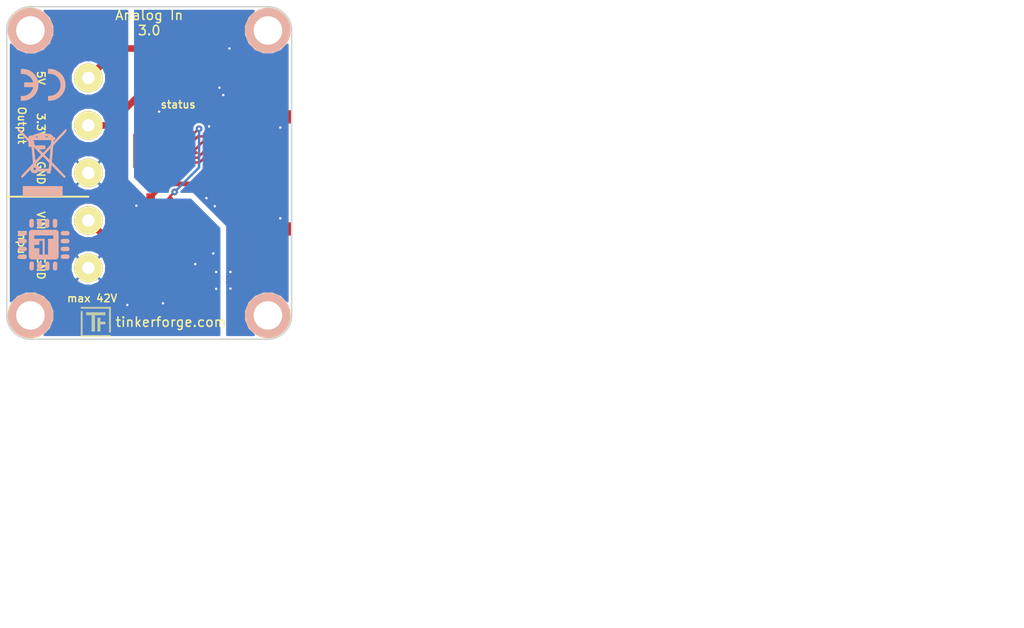
<source format=kicad_pcb>
(kicad_pcb (version 4) (host pcbnew 4.0.2+dfsg1-stable)
  (title_block (title "Analog In Bricklet") (date 2017-09-15) (rev 3.0) (company "Tinkerforge GmbH") (comment 1 "Licensed under CERN OHL v.1.1") (comment 2 "Copyright (©) 2017, L.Lauer <lukas@tinkerforge.com>"))
  (layers (0 F.Cu signal) (31 B.Cu signal) (34 B.Paste user) (35 F.Paste user) (36 B.SilkS user) (37 F.SilkS user) (38 B.Mask user) (39 F.Mask user) (44 Edge.Cuts user))
  (net 0 "")
  (net 1 3V3)
  (net 2 GND)
  (net 3 AGND)
  (net 4 +5V)
  (net 5 "Net-(P1-Pad4)")
  (net 6 "Net-(P1-Pad5)")
  (net 7 "Net-(P1-Pad6)")
  (net 8 "Net-(C4-Pad2)")
  (net 9 "Net-(R1-Pad2)")
  (net 10 "Net-(R3-Pad2)")
  (net 11 "Net-(R4-Pad1)")
  (net 12 "Net-(F1-Pad2)")
  (net 13 "Net-(F2-Pad2)")
  (net 14 "Net-(P2-Pad2)")
  (net 15 "Net-(C3-Pad2)")
  (net 16 "Net-(C5-Pad1)")
  (net 17 "Net-(D3-Pad2)")
  (net 18 "Net-(P3-Pad2)")
  (net 19 "Net-(P4-Pad1)")
  (net 20 "Net-(R8-Pad1)")
  (net 21 S-MISO)
  (net 22 S-MOSI)
  (net 23 S-CLK)
  (net 24 S-CS)
  (net 25 OUT)
  (net 26 "Net-(U1-Pad3)")
  (net 27 "Net-(U1-Pad5)")
  (net 28 "Net-(U1-Pad6)")
  (net 29 "Net-(U1-Pad11)")
  (net 30 "Net-(U1-Pad12)")
  (net 31 "Net-(U1-Pad13)")
  (net 32 "Net-(U1-Pad14)")
  (net 33 "Net-(U1-Pad16)")
  (net 34 "Net-(U1-Pad17)")
  (net 35 "Net-(U1-Pad18)")
  (net 36 "Net-(U1-Pad19)")
  (net 37 "Net-(U1-Pad20)")
  (net 38 "Net-(U1-Pad21)")
  (net 39 "Net-(U1-Pad8)")
  (module kicad-libraries:DRILL_NP (layer F.Cu) (at 178 127.1)
    (fp_text reference U4 hide)
    (fp_text value DRILL hide)
    (pad "" np_thru_hole circle (at 0 0) (size 2.99974 2.99974) (drill 2.99974) (layers *.Cu *.Mask F.SilkS) (clearance 0.89916))
  )
  (module logo:Logo_31x31 (layer F.Cu) (at 183.3 126.2)
    (fp_text reference G*** hide)
    (fp_text value Logo_31x31 hide)
  )
  (module tinkerforge:Fiducial_Mark (layer F.Cu) (at 202.5 122.1)
    (fp_text reference Fiducial_Mark hide)
    (fp_text value VAL** hide)
    (pad 1 smd circle (at 0 0) (size 1.00076 1.00076) (layers F.Cu F.Mask) (clearance 0.65024))
  )
  (module tinkerforge:Fiducial_Mark (layer F.Cu) (at 182.5 96.1)
    (fp_text reference Fiducial_Mark hide)
    (fp_text value VAL** hide)
    (pad 1 smd circle (at 0 0) (size 1.00076 1.00076) (layers F.Cu F.Mask) (clearance 0.65024))
  )
  (module kicad-libraries:F1206 (layer F.Cu) (at 191.1 99 180)
    (fp_text reference F2)
    (fp_text value OZCJ0035FF2G)
    (pad 1 smd rect (at -1.50114 0 180) (size 1.00076 1.6002) (layers F.Cu F.Paste F.Mask) (net 4 +5V))
    (pad 2 smd rect (at 1.50114 0 180) (size 1.00076 1.6002) (layers F.Cu F.Paste F.Mask) (net 13 "Net-(F2-Pad2)"))
  )
  (module kicad-libraries:F1206 (layer F.Cu) (at 191.1 101.9 180)
    (fp_text reference F1)
    (fp_text value OZCJ0035FF2G)
    (pad 1 smd rect (at -1.50114 0 180) (size 1.00076 1.6002) (layers F.Cu F.Paste F.Mask) (net 1 3V3))
    (pad 2 smd rect (at 1.50114 0 180) (size 1.00076 1.6002) (layers F.Cu F.Paste F.Mask) (net 12 "Net-(F1-Pad2)"))
  )
  (module kicad-libraries:DRILL_NP (layer F.Cu) (at 203 97.1)
    (fp_text reference U6 hide)
    (fp_text value DRILL hide)
    (pad "" np_thru_hole circle (at 0 0) (size 2.99974 2.99974) (drill 2.99974) (layers *.Cu *.Mask F.SilkS) (clearance 0.89916))
  )
  (module kicad-libraries:DRILL_NP (layer F.Cu) (at 203 127.1)
    (fp_text reference U5 hide)
    (fp_text value DRILL hide)
    (pad "" np_thru_hole circle (at 0 0) (size 2.99974 2.99974) (drill 2.99974) (layers *.Cu *.Mask F.SilkS) (clearance 0.89916))
  )
  (module kicad-libraries:DRILL_NP (layer F.Cu) (at 178 97.1)
    (fp_text reference U3 hide)
    (fp_text value DRILL hide)
    (pad "" np_thru_hole circle (at 0 0) (size 2.99974 2.99974) (drill 2.99974) (layers *.Cu *.Mask F.SilkS) (clearance 0.89916))
  )
  (module kicad-libraries:SOIC8 (layer F.Cu) (at 192.7 119)
    (fp_text reference U2)
    (fp_text value TLV272IS)
    (pad 1 smd rect (at -1.90246 2.69748 180) (size 0.59944 1.5494) (layers F.Cu F.Paste F.Mask) (net 9 "Net-(R1-Pad2)"))
    (pad 2 smd rect (at -0.63246 2.69748 180) (size 0.59944 1.5494) (layers F.Cu F.Paste F.Mask) (net 10 "Net-(R3-Pad2)"))
    (pad 3 smd rect (at 0.63246 2.69748 180) (size 0.59944 1.5494) (layers F.Cu F.Paste F.Mask) (net 11 "Net-(R4-Pad1)"))
    (pad 4 smd rect (at 1.90246 2.69748 180) (size 0.59944 1.5494) (layers F.Cu F.Paste F.Mask) (net 3 AGND))
    (pad 5 smd rect (at 1.90246 -2.69748) (size 0.59944 1.5494) (layers F.Cu F.Paste F.Mask) (net 15 "Net-(C3-Pad2)"))
    (pad 6 smd rect (at 0.63246 -2.69748) (size 0.59944 1.5494) (layers F.Cu F.Paste F.Mask) (net 25 OUT))
    (pad 7 smd rect (at -0.63246 -2.69748) (size 0.59944 1.5494) (layers F.Cu F.Paste F.Mask) (net 25 OUT))
    (pad 8 smd rect (at -1.90246 -2.69748) (size 0.59944 1.5494) (layers F.Cu F.Paste F.Mask) (net 1 3V3))
  )
  (module kicad-libraries:AKL_5_5 (layer F.Cu) (at 184.1 112.1 90)
    (fp_text reference P2)
    (fp_text value CONN_5)
    (pad 2 thru_hole circle (at -5 0 90) (size 2.99974 2.99974) (drill 1.30048) (layers *.Cu *.Mask F.SilkS) (net 14 "Net-(P2-Pad2)"))
    (pad 3 thru_hole circle (at 0 0 90) (size 2.99974 2.99974) (drill 1.30048) (layers *.Cu *.Mask F.SilkS) (net 3 AGND))
    (pad 4 thru_hole circle (at 5 0 90) (size 2.99974 2.99974) (drill 1.30048) (layers *.Cu *.Mask F.SilkS) (net 12 "Net-(F1-Pad2)"))
    (pad 5 thru_hole circle (at 10 0 90) (size 2.99974 2.99974) (drill 1.30048) (layers *.Cu *.Mask F.SilkS) (net 13 "Net-(F2-Pad2)"))
    (pad 1 thru_hole circle (at -10 0 90) (size 2.99974 2.99974) (drill 1.30048) (layers *.Cu *.Mask F.SilkS) (net 3 AGND))
  )
  (module kicad-libraries:MiniMelf (layer F.Cu) (at 196.2 99)
    (fp_text reference D2)
    (fp_text value 5V)
    (pad 2 smd rect (at -1.69926 0) (size 1.19888 1.6002) (layers F.Cu F.Paste F.Mask) (net 4 +5V))
    (pad 1 smd rect (at 1.69926 0) (size 1.19888 1.6002) (layers F.Cu F.Paste F.Mask) (net 2 GND))
  )
  (module kicad-libraries:MiniMelf (layer F.Cu) (at 196.2 101.9)
    (fp_text reference D1)
    (fp_text value 3V3)
    (pad 2 smd rect (at -1.69926 0) (size 1.19888 1.6002) (layers F.Cu F.Paste F.Mask) (net 1 3V3))
    (pad 1 smd rect (at 1.69926 0) (size 1.19888 1.6002) (layers F.Cu F.Paste F.Mask) (net 2 GND))
  )
  (module kicad-libraries:C0805 (layer F.Cu) (at 198.9 114.2 270)
    (fp_text reference C1)
    (fp_text value 10uF)
    (pad 1 smd rect (at -1.00076 0 270) (size 1.00076 1.24968) (layers F.Cu F.Paste F.Mask) (net 1 3V3) (clearance 0.14986))
    (pad 2 smd rect (at 1.00076 0 270) (size 1.00076 1.24968) (layers F.Cu F.Paste F.Mask) (net 2 GND) (clearance 0.14986))
  )
  (module kicad-libraries:C0402E (layer F.Cu) (at 198.2 107.2 180)
    (fp_text reference C5)
    (fp_text value 220pF)
    (pad 1 smd rect (at -0.65 0 180) (size 0.7 0.9) (layers F.Cu F.Paste F.Mask) (net 16 "Net-(C5-Pad1)"))
    (pad 2 smd rect (at 0.65 0 180) (size 0.7 0.9) (layers F.Cu F.Paste F.Mask) (net 2 GND))
  )
  (module kicad-libraries:C0603F (layer F.Cu) (at 197.4 114 270)
    (fp_text reference C6)
    (fp_text value 1uF)
    (pad 1 smd rect (at -0.75 0 270) (size 0.9 0.9) (layers F.Cu F.Paste F.Mask) (net 1 3V3))
    (pad 2 smd rect (at 0.75 0 270) (size 0.9 0.9) (layers F.Cu F.Paste F.Mask) (net 2 GND))
  )
  (module kicad-libraries:C0603F (layer F.Cu) (at 190.325 106.875 225)
    (fp_text reference C7)
    (fp_text value 100nF)
    (pad 1 smd rect (at -0.75 0 225) (size 0.9 0.9) (layers F.Cu F.Paste F.Mask) (net 2 GND))
    (pad 2 smd rect (at 0.75 0 225) (size 0.9 0.9) (layers F.Cu F.Paste F.Mask) (net 1 3V3))
  )
  (module kicad-libraries:D0603E (layer F.Cu) (at 193.5 103.7)
    (fp_text reference D3)
    (fp_text value blue)
    (pad 1 smd rect (at -0.8501 0) (size 1.1 1) (layers F.Cu F.Paste F.Mask) (net 1 3V3))
    (pad 2 smd rect (at 0.8501 0) (size 1.1 1) (layers F.Cu F.Paste F.Mask) (net 17 "Net-(D3-Pad2)"))
  )
  (module kicad-libraries:SolderJumper (layer F.Cu) (at 198.3 105.05 270)
    (fp_text reference P3)
    (fp_text value BOOT)
    (pad 2 smd rect (at 0.55 0 270) (size 0.3 1.4) (layers F.Cu F.Mask) (net 18 "Net-(P3-Pad2)"))
    (pad 2 smd rect (at 0.15 0 270) (size 0.6 0.5) (layers F.Cu F.Mask) (net 18 "Net-(P3-Pad2)"))
    (pad 1 smd rect (at -0.5 0 270) (size 0.4 1.4) (layers F.Cu F.Mask) (net 2 GND))
    (pad 1 smd rect (at -0.225 0.55 270) (size 0.95 0.3) (layers F.Cu F.Mask) (net 2 GND))
    (pad 1 smd rect (at -0.225 -0.55 270) (size 0.95 0.3) (layers F.Cu F.Mask) (net 2 GND))
  )
  (module kicad-libraries:DEBUG_PAD (layer F.Cu) (at 190.3 111.375)
    (fp_text reference P4)
    (fp_text value DEBUG)
    (pad 1 smd circle (at 0 0) (size 0.7 0.7) (layers F.Cu F.Paste F.Mask) (net 19 "Net-(P4-Pad1)"))
  )
  (module kicad-libraries:C0603F (layer F.Cu) (at 196.25 104.45 90)
    (fp_text reference R8)
    (fp_text value 1k)
    (pad 1 smd rect (at -0.75 0 90) (size 0.9 0.9) (layers F.Cu F.Paste F.Mask) (net 20 "Net-(R8-Pad1)"))
    (pad 2 smd rect (at 0.75 0 90) (size 0.9 0.9) (layers F.Cu F.Paste F.Mask) (net 17 "Net-(D3-Pad2)"))
  )
  (module kicad-libraries:4X0402 (layer F.Cu) (at 198.2 109 90)
    (fp_text reference RP1)
    (fp_text value 82)
    (pad 1 smd rect (at -0.7493 0.575 270) (size 0.29972 0.65) (layers F.Cu F.Paste F.Mask) (net 5 "Net-(P1-Pad4)"))
    (pad 2 smd rect (at -0.24892 0.575 270) (size 0.29972 0.65) (layers F.Cu F.Paste F.Mask) (net 6 "Net-(P1-Pad5)"))
    (pad 3 smd rect (at 0.24892 0.575 270) (size 0.29972 0.65) (layers F.Cu F.Paste F.Mask) (net 7 "Net-(P1-Pad6)"))
    (pad 4 smd rect (at 0.7493 0.575 270) (size 0.29972 0.65) (layers F.Cu F.Paste F.Mask) (net 16 "Net-(C5-Pad1)"))
    (pad 5 smd rect (at 0.7493 -0.575 90) (size 0.29972 0.65) (layers F.Cu F.Paste F.Mask) (net 21 S-MISO))
    (pad 6 smd rect (at 0.24892 -0.575 90) (size 0.29972 0.65) (layers F.Cu F.Paste F.Mask) (net 22 S-MOSI))
    (pad 7 smd rect (at -0.24892 -0.575 90) (size 0.29972 0.65) (layers F.Cu F.Paste F.Mask) (net 23 S-CLK))
    (pad 8 smd rect (at -0.7493 -0.575 90) (size 0.29972 0.65) (layers F.Cu F.Paste F.Mask) (net 24 S-CS))
  )
  (module kicad-libraries:QFN24-4x4mm-0.5mm (layer F.Cu) (at 192.9 109.2 225)
    (fp_text reference U1)
    (fp_text value XMC1XXX24)
    (pad 1 smd oval (at -2.025 -1.25 225) (size 1 0.3) (layers F.Cu F.Paste F.Mask) (net 21 S-MISO))
    (pad 2 smd oval (at -2.025 -0.75 225) (size 1 0.3) (layers F.Cu F.Paste F.Mask) (net 25 OUT))
    (pad 3 smd oval (at -2.025 -0.25 225) (size 1 0.3) (layers F.Cu F.Paste F.Mask) (net 26 "Net-(U1-Pad3)"))
    (pad 4 smd oval (at -2.025 0.25 225) (size 1 0.3) (layers F.Cu F.Paste F.Mask) (net 18 "Net-(P3-Pad2)"))
    (pad 5 smd oval (at -2.025 0.75 225) (size 1 0.3) (layers F.Cu F.Paste F.Mask) (net 27 "Net-(U1-Pad5)"))
    (pad 6 smd oval (at -2.025 1.25 225) (size 1 0.3) (layers F.Cu F.Paste F.Mask) (net 28 "Net-(U1-Pad6)"))
    (pad 7 smd oval (at -1.25 2.025 315) (size 1 0.3) (layers F.Cu F.Paste F.Mask) (net 20 "Net-(R8-Pad1)"))
    (pad 8 smd oval (at -0.75 2.025 315) (size 1 0.3) (layers F.Cu F.Paste F.Mask) (net 39 "Net-(U1-Pad8)"))
    (pad 9 smd oval (at -0.25 2.025 315) (size 1 0.3) (layers F.Cu F.Paste F.Mask) (net 2 GND))
    (pad 10 smd oval (at 0.25 2.025 315) (size 1 0.3) (layers F.Cu F.Paste F.Mask) (net 1 3V3))
    (pad 11 smd oval (at 0.75 2.025 315) (size 1 0.3) (layers F.Cu F.Paste F.Mask) (net 29 "Net-(U1-Pad11)"))
    (pad 12 smd oval (at 1.25 2.025 315) (size 1 0.3) (layers F.Cu F.Paste F.Mask) (net 30 "Net-(U1-Pad12)"))
    (pad 13 smd oval (at 2.025 1.25 225) (size 1 0.3) (layers F.Cu F.Paste F.Mask) (net 31 "Net-(U1-Pad13)"))
    (pad 14 smd oval (at 2.025 0.75 225) (size 1 0.3) (layers F.Cu F.Paste F.Mask) (net 32 "Net-(U1-Pad14)"))
    (pad 15 smd oval (at 2.025 0.25 225) (size 1 0.3) (layers F.Cu F.Paste F.Mask) (net 19 "Net-(P4-Pad1)"))
    (pad 16 smd oval (at 2.025 -0.25 225) (size 1 0.3) (layers F.Cu F.Paste F.Mask) (net 33 "Net-(U1-Pad16)"))
    (pad 17 smd oval (at 2.025 -0.75 225) (size 1 0.3) (layers F.Cu F.Paste F.Mask) (net 34 "Net-(U1-Pad17)"))
    (pad 18 smd oval (at 2.025 -1.25 225) (size 1 0.3) (layers F.Cu F.Paste F.Mask) (net 35 "Net-(U1-Pad18)"))
    (pad 19 smd oval (at 1.25 -2.025 315) (size 1 0.3) (layers F.Cu F.Paste F.Mask) (net 36 "Net-(U1-Pad19)"))
    (pad 20 smd oval (at 0.75 -2.025 315) (size 1 0.3) (layers F.Cu F.Paste F.Mask) (net 37 "Net-(U1-Pad20)"))
    (pad 21 smd oval (at 0.25 -2.025 315) (size 1 0.3) (layers F.Cu F.Paste F.Mask) (net 38 "Net-(U1-Pad21)"))
    (pad 22 smd oval (at -0.25 -2.025 315) (size 1 0.3) (layers F.Cu F.Paste F.Mask) (net 24 S-CS))
    (pad 23 smd oval (at -0.75 -2.025 315) (size 1 0.3) (layers F.Cu F.Paste F.Mask) (net 23 S-CLK))
    (pad 24 smd oval (at -1.25 -2.025 315) (size 1 0.3) (layers F.Cu F.Paste F.Mask) (net 22 S-MOSI))
    (pad EXP smd rect (at 0.65 0.65 225) (size 1.3 1.3) (layers F.Cu F.Paste F.Mask) (net 2 GND))
    (pad EXP smd rect (at 0.65 -0.65 225) (size 1.3 1.3) (layers F.Cu F.Paste F.Mask) (net 2 GND))
    (pad EXP smd rect (at -0.65 0.65 225) (size 1.3 1.3) (layers F.Cu F.Paste F.Mask) (net 2 GND))
    (pad EXP smd rect (at -0.65 -0.65 225) (size 1.3 1.3) (layers F.Cu F.Paste F.Mask) (net 2 GND))
  )
  (module kicad-libraries:CON-SENSOR2 (layer F.Cu) (at 205.5 112.1 90)
    (fp_text reference P1)
    (fp_text value CON-SENSOR2)
    (pad 1 smd rect (at -3.75 -4.6 90) (size 0.6 1.8) (layers F.Cu F.Paste F.Mask) (net 4 +5V))
    (pad 2 smd rect (at -2.5 -4.6 90) (size 0.6 1.8) (layers F.Cu F.Paste F.Mask) (net 2 GND))
    (pad EP smd rect (at -5.9 -1.2 90) (size 1.4 2.4) (layers F.Cu F.Paste F.Mask) (net 2 GND))
    (pad EP smd rect (at 5.9 -1.2 90) (size 1.4 2.4) (layers F.Cu F.Paste F.Mask) (net 2 GND))
    (pad 3 smd rect (at -1.25 -4.6 90) (size 0.6 1.8) (layers F.Cu F.Paste F.Mask) (net 1 3V3))
    (pad 4 smd rect (at 0 -4.6 90) (size 0.6 1.8) (layers F.Cu F.Paste F.Mask) (net 5 "Net-(P1-Pad4)"))
    (pad 5 smd rect (at 1.25 -4.6 90) (size 0.6 1.8) (layers F.Cu F.Paste F.Mask) (net 6 "Net-(P1-Pad5)"))
    (pad 6 smd rect (at 2.5 -4.6 90) (size 0.6 1.8) (layers F.Cu F.Paste F.Mask) (net 7 "Net-(P1-Pad6)"))
    (pad 7 smd rect (at 3.75 -4.6 90) (size 0.6 1.8) (layers F.Cu F.Paste F.Mask) (net 16 "Net-(C5-Pad1)"))
  )
  (module kicad-libraries:C0603F (layer F.Cu) (at 189.9 114.7)
    (fp_text reference C2)
    (fp_text value 100nF)
    (pad 1 smd rect (at -0.75 0) (size 0.9 0.9) (layers F.Cu F.Paste F.Mask) (net 3 AGND))
    (pad 2 smd rect (at 0.75 0) (size 0.9 0.9) (layers F.Cu F.Paste F.Mask) (net 1 3V3))
  )
  (module kicad-libraries:C0603F (layer F.Cu) (at 197.25 118.95 90)
    (fp_text reference C3)
    (fp_text value 180pF)
    (pad 1 smd rect (at -0.75 0 90) (size 0.9 0.9) (layers F.Cu F.Paste F.Mask) (net 3 AGND))
    (pad 2 smd rect (at 0.75 0 90) (size 0.9 0.9) (layers F.Cu F.Paste F.Mask) (net 15 "Net-(C3-Pad2)"))
  )
  (module kicad-libraries:C0603F (layer F.Cu) (at 189.85 126)
    (fp_text reference C4)
    (fp_text value 15pF)
    (pad 1 smd rect (at -0.75 0) (size 0.9 0.9) (layers F.Cu F.Paste F.Mask) (net 3 AGND))
    (pad 2 smd rect (at 0.75 0) (size 0.9 0.9) (layers F.Cu F.Paste F.Mask) (net 8 "Net-(C4-Pad2)"))
  )
  (module kicad-libraries:R0603F (layer F.Cu) (at 195.95 118.95 270)
    (fp_text reference R1)
    (fp_text value 68.1)
    (pad 1 smd rect (at -0.75 0 270) (size 0.9 0.9) (layers F.Cu F.Paste F.Mask) (net 15 "Net-(C3-Pad2)"))
    (pad 2 smd rect (at 0.75 0 270) (size 0.9 0.9) (layers F.Cu F.Paste F.Mask) (net 9 "Net-(R1-Pad2)"))
  )
  (module kicad-libraries:R0603F (layer F.Cu) (at 198.3 123.4 180)
    (fp_text reference R2)
    (fp_text value 0)
    (pad 1 smd rect (at -0.75 0 180) (size 0.9 0.9) (layers F.Cu F.Paste F.Mask) (net 2 GND))
    (pad 2 smd rect (at 0.75 0 180) (size 0.9 0.9) (layers F.Cu F.Paste F.Mask) (net 3 AGND))
  )
  (module kicad-libraries:R0603F (layer F.Cu) (at 189.85 123.4)
    (fp_text reference R3)
    (fp_text value 10k)
    (pad 1 smd rect (at -0.75 0) (size 0.9 0.9) (layers F.Cu F.Paste F.Mask) (net 9 "Net-(R1-Pad2)"))
    (pad 2 smd rect (at 0.75 0) (size 0.9 0.9) (layers F.Cu F.Paste F.Mask) (net 10 "Net-(R3-Pad2)"))
  )
  (module kicad-libraries:R0603F (layer F.Cu) (at 195.35 123.4)
    (fp_text reference R4)
    (fp_text value 10k)
    (pad 1 smd rect (at -0.75 0) (size 0.9 0.9) (layers F.Cu F.Paste F.Mask) (net 11 "Net-(R4-Pad1)"))
    (pad 2 smd rect (at 0.75 0) (size 0.9 0.9) (layers F.Cu F.Paste F.Mask) (net 3 AGND))
  )
  (module kicad-libraries:R0603F (layer F.Cu) (at 191.95 124.2 270)
    (fp_text reference R5)
    (fp_text value 130k)
    (pad 1 smd rect (at -0.75 0 270) (size 0.9 0.9) (layers F.Cu F.Paste F.Mask) (net 10 "Net-(R3-Pad2)"))
    (pad 2 smd rect (at 0.75 0 270) (size 0.9 0.9) (layers F.Cu F.Paste F.Mask) (net 3 AGND))
  )
  (module kicad-libraries:R0603F (layer F.Cu) (at 193.25 124.2 270)
    (fp_text reference R6)
    (fp_text value 130k)
    (pad 1 smd rect (at -0.75 0 270) (size 0.9 0.9) (layers F.Cu F.Paste F.Mask) (net 11 "Net-(R4-Pad1)"))
    (pad 2 smd rect (at 0.75 0 270) (size 0.9 0.9) (layers F.Cu F.Paste F.Mask) (net 8 "Net-(C4-Pad2)"))
  )
  (module kicad-libraries:R0603F (layer F.Cu) (at 189.85 124.7 180)
    (fp_text reference R7)
    (fp_text value 10)
    (pad 1 smd rect (at -0.75 0 180) (size 0.9 0.9) (layers F.Cu F.Paste F.Mask) (net 8 "Net-(C4-Pad2)"))
    (pad 2 smd rect (at 0.75 0 180) (size 0.9 0.9) (layers F.Cu F.Paste F.Mask) (net 14 "Net-(P2-Pad2)"))
  )
  (module kicad-libraries:CE_5mm (layer B.Cu) (at 179.3 102.825 180)
    (fp_text reference VAL hide)
    (fp_text value CE_5mm hide)
  )
  (module kicad-libraries:WEEE_7mm (layer B.Cu) (at 179.275 111.025 180)
    (fp_text reference VAL hide)
    (fp_text value WEEE_7mm hide)
  )
  (module kicad-libraries:Logo_CoMCU (layer B.Cu) (at 179.4 119.65 180)
    (fp_text reference G*** hide)
    (fp_text value LOGO hide)
  )
  (gr_text status (at 193.55 104.9) (layer F.SilkS) (effects (font (size 0.8 0.8))))
  (gr_line (start 205.5 127.1) (end 205.5 97.1) (angle 90) (layer Edge.Cuts) (width 0.15))
  (gr_arc (start 203 127.1) (end 205.5 127.1) (angle 90) (layer Edge.Cuts) (width 0.15))
  (gr_line (start 178 129.6) (end 203 129.6) (angle 90) (layer Edge.Cuts) (width 0.15))
  (gr_arc (start 203 97.1) (end 203 94.6) (angle 90) (layer Edge.Cuts) (width 0.15))
  (gr_line (start 203 94.6) (end 178 94.6) (angle 90) (layer Edge.Cuts) (width 0.15))
  (gr_line (start 184.1 114.6) (end 175.5 114.6) (angle 90) (layer F.SilkS) (width 0.2))
  (gr_line (start 175.5 127.1) (end 175.5 97.1) (angle 90) (layer Edge.Cuts) (width 0.15))
  (gr_text Input (at 177.1 119.6 270) (layer F.SilkS) (effects (font (size 0.8 0.8))))
  (gr_text GND (at 179.1 112.1 270) (layer F.SilkS) (effects (font (size 0.8 0.8))))
  (gr_text 3.3V (at 179.1 107.1 270) (layer F.SilkS) (effects (font (size 0.8 0.8))))
  (gr_text "max 42V" (at 184.5 125.3) (layer F.SilkS) (effects (font (size 0.8 0.8))))
  (gr_text tinkerforge.com (at 192.8 127.8) (layer F.SilkS) (effects (font (size 1 1))))
  (gr_text "Analog In\n3.0" (at 190.5 96.3) (layer F.SilkS) (effects (font (size 1 1))))
  (gr_text 5V (at 179.1 102.1 270) (layer F.SilkS) (effects (font (size 0.8 0.8))))
  (gr_text Output (at 177.1 107.1 270) (layer F.SilkS) (effects (font (size 0.8 0.8))))
  (gr_text VIN (at 179.1 117.1 270) (layer F.SilkS) (effects (font (size 0.8 0.8))))
  (gr_text GND (at 179.1 122.1 270) (layer F.SilkS) (effects (font (size 0.8 0.8))))
  (gr_arc (start 178 127.1) (end 178 129.6) (angle 90) (layer Edge.Cuts) (width 0.15))
  (gr_arc (start 178 97.1) (end 175.5 97.1) (angle 90) (layer Edge.Cuts) (width 0.15))
  (segment (start 189.79467 107.40533) (end 189.78033 107.40533) (width 0.7) (layer F.Cu) (net 1))
  (segment (start 189.78033 107.40533) (end 189.175 106.8) (width 0.5) (layer F.Cu) (net 1))
  (segment (start 189.175 106.8) (end 189.175 105.825) (width 0.5) (layer F.Cu) (net 1))
  (segment (start 189.175 105.825) (end 191.3 103.7) (width 0.5) (layer F.Cu) (net 1))
  (segment (start 191.3 103.7) (end 192.6499 103.7) (width 0.5) (layer F.Cu) (net 1))
  (segment (start 192.60114 101.9) (end 192.60114 103.65124) (width 0.7) (layer F.Cu) (net 1))
  (segment (start 192.60114 103.65124) (end 192.6499 103.7) (width 0.7) (layer F.Cu) (net 1))
  (segment (start 189.79467 107.5) (end 190.846447 107.5) (width 0.254) (layer F.Cu) (net 1))
  (segment (start 190.846447 107.5) (end 191.291332 107.944885) (width 0.254) (layer F.Cu) (net 1))
  (segment (start 191.475 113.825) (end 189.075 111.425) (width 0.5) (layer F.Cu) (net 1))
  (segment (start 189.075 108.125) (end 189.56967 107.63033) (width 0.5) (layer F.Cu) (net 1))
  (segment (start 189.075 111.425) (end 189.075 108.125) (width 0.5) (layer F.Cu) (net 1))
  (segment (start 194.50074 101.9) (end 192.60114 101.9) (width 0.7) (layer F.Cu) (net 1))
  (segment (start 200.9 113.35) (end 199.05076 113.35) (width 0.5) (layer F.Cu) (net 1))
  (segment (start 199.05076 113.35) (end 198.9 113.19924) (width 0.5) (layer F.Cu) (net 1))
  (segment (start 197.4 113.25) (end 198.84924 113.25) (width 0.5) (layer F.Cu) (net 1))
  (segment (start 198.84924 113.25) (end 198.9 113.19924) (width 0.5) (layer F.Cu) (net 1))
  (segment (start 190.65 114.7) (end 190.65 114.65) (width 0.5) (layer F.Cu) (net 1))
  (segment (start 190.65 114.65) (end 191.475 113.825) (width 0.5) (layer F.Cu) (net 1))
  (segment (start 191.475 113.825) (end 192.05 113.25) (width 0.5) (layer F.Cu) (net 1))
  (segment (start 192.05 113.25) (end 197.4 113.25) (width 0.5) (layer F.Cu) (net 1))
  (segment (start 190.79754 116.30252) (end 190.79754 114.84754) (width 0.5) (layer F.Cu) (net 1))
  (segment (start 190.79754 114.84754) (end 190.65 114.7) (width 0.5) (layer F.Cu) (net 1))
  (segment (start 199.05 123.4) (end 199.05 124.275) (width 0.7) (layer F.Cu) (net 2))
  (via (at 199.05 124.275) (size 0.7) (drill 0.25) (layers F.Cu B.Cu) (net 2))
  (segment (start 199.05 123.4) (end 199.05 122.525) (width 0.7) (layer F.Cu) (net 2))
  (via (at 199.05 122.525) (size 0.7) (drill 0.25) (layers F.Cu B.Cu) (net 2))
  (segment (start 197.6 107.2) (end 196.8 107.2) (width 0.5) (layer F.Cu) (net 2))
  (via (at 196.8 107.2) (size 0.7) (drill 0.25) (layers F.Cu B.Cu) (net 2))
  (segment (start 196.8 107.2) (end 197.6 107.2) (width 0.7) (layer B.Cu) (net 2))
  (segment (start 197.4 114.75) (end 197.4 115.6) (width 0.7) (layer F.Cu) (net 2))
  (via (at 197.4 115.6) (size 0.7) (drill 0.25) (layers F.Cu B.Cu) (net 2))
  (segment (start 190.85533 106.34467) (end 191.55 105.65) (width 0.7) (layer F.Cu) (net 2))
  (via (at 191.55 105.65) (size 0.7) (drill 0.25) (layers F.Cu B.Cu) (net 2))
  (segment (start 197.75 104.825) (end 197.75 104.575) (width 0.254) (layer F.Cu) (net 2))
  (segment (start 197.75 104.575) (end 197.775 104.55) (width 0.254) (layer F.Cu) (net 2))
  (segment (start 197.775 104.55) (end 198.825 104.55) (width 0.254) (layer F.Cu) (net 2))
  (segment (start 198.825 104.55) (end 198.85 104.575) (width 0.254) (layer F.Cu) (net 2))
  (segment (start 198.85 104.575) (end 198.85 104.875) (width 0.254) (layer F.Cu) (net 2))
  (segment (start 198.85 104.875) (end 198.85 104.825) (width 0.254) (layer F.Cu) (net 2))
  (segment (start 198.3 104.55) (end 198.3 103.9) (width 0.254) (layer F.Cu) (net 2))
  (via (at 198.3 103.9) (size 0.7) (drill 0.25) (layers F.Cu B.Cu) (net 2))
  (segment (start 190.85533 106.34467) (end 190.85533 106.35533) (width 0.254) (layer F.Cu) (net 2))
  (segment (start 190.85533 106.35533) (end 191.225 106.725) (width 0.254) (layer F.Cu) (net 2))
  (segment (start 191.225 107.171447) (end 191.644885 107.591332) (width 0.254) (layer F.Cu) (net 2))
  (segment (start 191.225 106.725) (end 191.225 107.171447) (width 0.254) (layer F.Cu) (net 2))
  (segment (start 190.85533 106.34467) (end 190.85533 106.65533) (width 0.254) (layer F.Cu) (net 2))
  (segment (start 191.644885 107.591332) (end 191.641332 107.591332) (width 0.254) (layer F.Cu) (net 2))
  (segment (start 190.85533 106.80533) (end 190.85533 106.34467) (width 0.254) (layer F.Cu) (net 2))
  (segment (start 197.89926 101.9) (end 197.89926 103.12426) (width 0.7) (layer F.Cu) (net 2))
  (via (at 197.9 103.125) (size 0.7) (drill 0.25) (layers F.Cu B.Cu) (net 2))
  (segment (start 197.89926 103.12426) (end 197.9 103.125) (width 0.7) (layer F.Cu) (net 2))
  (segment (start 197.89926 99) (end 198.95 99) (width 0.7) (layer F.Cu) (net 2))
  (via (at 198.95 99) (size 0.7) (drill 0.25) (layers F.Cu B.Cu) (net 2))
  (segment (start 197.4 114.75) (end 196.525 114.75) (width 0.7) (layer F.Cu) (net 2))
  (via (at 196.525 114.75) (size 0.7) (drill 0.25) (layers F.Cu B.Cu) (net 2))
  (segment (start 198.9 115.20076) (end 198.37576 115.20076) (width 0.5) (layer F.Cu) (net 2))
  (segment (start 198.37576 115.20076) (end 197.925 114.75) (width 0.5) (layer F.Cu) (net 2))
  (segment (start 197.925 114.75) (end 197.4 114.75) (width 0.5) (layer F.Cu) (net 2))
  (segment (start 200.9 114.6) (end 200.225 114.6) (width 0.5) (layer F.Cu) (net 2))
  (segment (start 200.225 114.6) (end 199.62424 115.20076) (width 0.5) (layer F.Cu) (net 2))
  (segment (start 199.62424 115.20076) (end 198.9 115.20076) (width 0.5) (layer F.Cu) (net 2))
  (segment (start 204.3 106.2) (end 204.3 107.325) (width 0.7) (layer F.Cu) (net 2))
  (via (at 204.3 107.325) (size 0.7) (drill 0.25) (layers F.Cu B.Cu) (net 2))
  (segment (start 204.3 118) (end 204.3 116.875) (width 0.7) (layer F.Cu) (net 2))
  (via (at 204.3 116.875) (size 0.7) (drill 0.25) (layers F.Cu B.Cu) (net 2))
  (segment (start 192.9 108.280761) (end 192.334314 108.280761) (width 0.254) (layer F.Cu) (net 2))
  (segment (start 192.334314 108.280761) (end 191.644885 107.591332) (width 0.254) (layer F.Cu) (net 2))
  (segment (start 191.980761 109.2) (end 192.9 108.280761) (width 0.254) (layer F.Cu) (net 2))
  (segment (start 192.9 108.280761) (end 193.819239 109.2) (width 0.254) (layer F.Cu) (net 2))
  (segment (start 193.819239 109.2) (end 192.9 110.119239) (width 0.254) (layer F.Cu) (net 2))
  (segment (start 192.9 110.119239) (end 191.980761 109.2) (width 0.254) (layer F.Cu) (net 2))
  (segment (start 189.15 114.7) (end 189.15 115.55) (width 0.7) (layer F.Cu) (net 3))
  (via (at 189.15 115.55) (size 0.7) (drill 0.25) (layers F.Cu B.Cu) (net 3))
  (segment (start 197.25 119.7) (end 197.25 120.575) (width 0.7) (layer F.Cu) (net 3))
  (via (at 197.25 120.575) (size 0.7) (drill 0.25) (layers F.Cu B.Cu) (net 3))
  (segment (start 191.95 124.95) (end 191.95 125.825) (width 0.7) (layer F.Cu) (net 3))
  (via (at 191.95 125.825) (size 0.7) (drill 0.25) (layers F.Cu B.Cu) (net 3))
  (segment (start 189.1 126) (end 188.2 126) (width 0.7) (layer F.Cu) (net 3))
  (via (at 188.2 126) (size 0.7) (drill 0.25) (layers F.Cu B.Cu) (net 3))
  (segment (start 197.55 123.4) (end 197.55 124.3) (width 0.7) (layer F.Cu) (net 3))
  (via (at 197.55 124.3) (size 0.7) (drill 0.25) (layers F.Cu B.Cu) (net 3))
  (segment (start 197.55 123.4) (end 197.55 122.525) (width 0.7) (layer F.Cu) (net 3))
  (via (at 197.55 122.525) (size 0.7) (drill 0.25) (layers F.Cu B.Cu) (net 3))
  (segment (start 194.60246 121.69748) (end 195.34748 121.69748) (width 0.7) (layer F.Cu) (net 3))
  (via (at 195.35 121.7) (size 0.7) (drill 0.25) (layers F.Cu B.Cu) (net 3))
  (segment (start 195.34748 121.69748) (end 195.35 121.7) (width 0.7) (layer F.Cu) (net 3))
  (segment (start 196.1 123.4) (end 197.55 123.4) (width 0.7) (layer F.Cu) (net 3))
  (segment (start 194.50074 99) (end 192.60114 99) (width 0.7) (layer F.Cu) (net 4))
  (segment (start 200.9 115.85) (end 202.1 115.85) (width 0.5) (layer F.Cu) (net 4))
  (segment (start 195.175 100.45) (end 194.50074 99.77574) (width 0.5) (layer F.Cu) (net 4))
  (segment (start 198.8 100.45) (end 195.175 100.45) (width 0.5) (layer F.Cu) (net 4))
  (segment (start 199.35 101) (end 198.8 100.45) (width 0.5) (layer F.Cu) (net 4))
  (segment (start 199.35 103.15) (end 199.35 101) (width 0.5) (layer F.Cu) (net 4))
  (segment (start 202.6 106.4) (end 199.35 103.15) (width 0.5) (layer F.Cu) (net 4))
  (segment (start 202.6 115.35) (end 202.6 106.4) (width 0.5) (layer F.Cu) (net 4))
  (segment (start 202.1 115.85) (end 202.6 115.35) (width 0.5) (layer F.Cu) (net 4))
  (segment (start 194.50074 99.77574) (end 194.50074 99) (width 0.5) (layer F.Cu) (net 4))
  (segment (start 198.775 109.7493) (end 198.775 111.075) (width 0.254) (layer F.Cu) (net 5))
  (segment (start 199.8 112.1) (end 200.9 112.1) (width 0.254) (layer F.Cu) (net 5))
  (segment (start 198.775 111.075) (end 199.8 112.1) (width 0.254) (layer F.Cu) (net 5))
  (segment (start 198.775 109.24892) (end 199.14892 109.24892) (width 0.254) (layer F.Cu) (net 6))
  (segment (start 199.6 110.4) (end 200.05 110.85) (width 0.254) (layer F.Cu) (net 6))
  (segment (start 199.6 109.7) (end 199.6 110.4) (width 0.254) (layer F.Cu) (net 6))
  (segment (start 199.14892 109.24892) (end 199.6 109.7) (width 0.254) (layer F.Cu) (net 6))
  (segment (start 200.05 110.85) (end 200.9 110.85) (width 0.254) (layer F.Cu) (net 6))
  (segment (start 198.775 108.75108) (end 199.35108 108.75108) (width 0.254) (layer F.Cu) (net 7))
  (segment (start 199.35108 108.75108) (end 200.2 109.6) (width 0.254) (layer F.Cu) (net 7))
  (segment (start 200.2 109.6) (end 200.9 109.6) (width 0.254) (layer F.Cu) (net 7))
  (segment (start 200.5 109.6) (end 200.9 109.6) (width 0.254) (layer F.Cu) (net 7))
  (segment (start 190.6 126) (end 190.6 126.6) (width 0.7) (layer F.Cu) (net 8))
  (segment (start 193.25 125.925) (end 193.25 124.95) (width 0.7) (layer F.Cu) (net 8))
  (segment (start 192.325 126.85) (end 193.25 125.925) (width 0.7) (layer F.Cu) (net 8))
  (segment (start 190.85 126.85) (end 192.325 126.85) (width 0.7) (layer F.Cu) (net 8))
  (segment (start 190.6 126.6) (end 190.85 126.85) (width 0.7) (layer F.Cu) (net 8))
  (segment (start 190.6 126) (end 190.6 124.7) (width 0.7) (layer F.Cu) (net 8))
  (segment (start 190.79754 121.69748) (end 190.79754 120.55246) (width 0.5) (layer F.Cu) (net 9))
  (segment (start 191.65 119.7) (end 195.95 119.7) (width 0.5) (layer F.Cu) (net 9))
  (segment (start 190.79754 120.55246) (end 191.65 119.7) (width 0.5) (layer F.Cu) (net 9))
  (segment (start 189.1 123.4) (end 189.1 122.6) (width 0.5) (layer F.Cu) (net 9))
  (segment (start 190.00252 121.69748) (end 190.79754 121.69748) (width 0.5) (layer F.Cu) (net 9))
  (segment (start 189.1 122.6) (end 190.00252 121.69748) (width 0.5) (layer F.Cu) (net 9))
  (segment (start 192.06754 121.69748) (end 192.06754 123.33246) (width 0.5) (layer F.Cu) (net 10))
  (segment (start 192.06754 123.33246) (end 191.95 123.45) (width 0.5) (layer F.Cu) (net 10))
  (segment (start 190.6 123.4) (end 191.9 123.4) (width 0.7) (layer F.Cu) (net 10))
  (segment (start 191.9 123.4) (end 191.95 123.45) (width 0.7) (layer F.Cu) (net 10))
  (segment (start 193.33246 121.69748) (end 193.33246 123.36754) (width 0.5) (layer F.Cu) (net 11))
  (segment (start 193.33246 123.36754) (end 193.25 123.45) (width 0.5) (layer F.Cu) (net 11))
  (segment (start 193.25 123.45) (end 194.55 123.45) (width 0.7) (layer F.Cu) (net 11))
  (segment (start 194.55 123.45) (end 194.6 123.4) (width 0.7) (layer F.Cu) (net 11))
  (segment (start 189.59886 101.9) (end 189.59886 103.75114) (width 0.7) (layer F.Cu) (net 12))
  (segment (start 186.25 107.1) (end 184.1 107.1) (width 0.7) (layer F.Cu) (net 12))
  (segment (start 189.59886 103.75114) (end 186.25 107.1) (width 0.7) (layer F.Cu) (net 12))
  (segment (start 189.59886 99) (end 187.2 99) (width 0.7) (layer F.Cu) (net 13))
  (segment (start 187.2 99) (end 184.1 102.1) (width 0.7) (layer F.Cu) (net 13))
  (segment (start 189.1 124.7) (end 188.2 124.7) (width 0.7) (layer F.Cu) (net 14))
  (segment (start 187.1 120.1) (end 184.1 117.1) (width 0.7) (layer F.Cu) (net 14))
  (segment (start 187.1 123.6) (end 187.1 120.1) (width 0.7) (layer F.Cu) (net 14))
  (segment (start 188.2 124.7) (end 187.1 123.6) (width 0.7) (layer F.Cu) (net 14))
  (segment (start 194.60246 116.30252) (end 194.60246 117.57746) (width 0.5) (layer F.Cu) (net 15))
  (segment (start 195.225 118.2) (end 195.95 118.2) (width 0.5) (layer F.Cu) (net 15))
  (segment (start 194.60246 117.57746) (end 195.225 118.2) (width 0.5) (layer F.Cu) (net 15))
  (segment (start 195.95 118.2) (end 197.25 118.2) (width 0.7) (layer F.Cu) (net 15))
  (segment (start 198.85 107.2) (end 199.5 107.2) (width 0.254) (layer F.Cu) (net 16))
  (segment (start 199.5 107.2) (end 200.7 108.4) (width 0.254) (layer F.Cu) (net 16))
  (segment (start 200.7 108.4) (end 201 108.4) (width 0.254) (layer F.Cu) (net 16))
  (segment (start 201 108.4) (end 200.9 108.35) (width 0.254) (layer F.Cu) (net 16))
  (segment (start 198.775 108.2507) (end 198.775 107.325) (width 0.254) (layer F.Cu) (net 16))
  (segment (start 198.775 107.325) (end 198.8 107.3) (width 0.254) (layer F.Cu) (net 16))
  (segment (start 198.8 107.3) (end 198.85 107.2) (width 0.254) (layer F.Cu) (net 16))
  (segment (start 200.9 108.35) (end 200.75 108.35) (width 0.254) (layer F.Cu) (net 16))
  (segment (start 200.8007 108.2507) (end 200.9 108.35) (width 0.254) (layer F.Cu) (net 16))
  (segment (start 200.8007 108.2507) (end 200.9 108.35) (width 0.254) (layer F.Cu) (net 16))
  (segment (start 196.25 103.7) (end 194.3501 103.7) (width 0.254) (layer F.Cu) (net 17))
  (segment (start 198.3 105.6) (end 198.3 105.3) (width 0.254) (layer F.Cu) (net 18))
  (segment (start 198.3 105.3) (end 198.3 105.2) (width 0.254) (layer F.Cu) (net 18))
  (segment (start 198.3 105.2) (end 198.3 105.85) (width 0.254) (layer F.Cu) (net 18))
  (segment (start 195.296447 106.45) (end 194.155115 107.591332) (width 0.254) (layer F.Cu) (net 18))
  (segment (start 197.7 106.45) (end 195.296447 106.45) (width 0.254) (layer F.Cu) (net 18))
  (segment (start 198.3 105.85) (end 197.7 106.45) (width 0.254) (layer F.Cu) (net 18))
  (segment (start 190.3 111.375) (end 190.371447 111.375) (width 0.254) (layer F.Cu) (net 19))
  (segment (start 190.371447 111.375) (end 191.291332 110.455115) (width 0.254) (layer F.Cu) (net 19))
  (segment (start 192.351992 106.884225) (end 192.390775 106.884225) (width 0.254) (layer F.Cu) (net 20))
  (segment (start 192.390775 106.884225) (end 193.375 105.9) (width 0.254) (layer F.Cu) (net 20))
  (segment (start 193.375 105.9) (end 196.1 105.9) (width 0.254) (layer F.Cu) (net 20))
  (segment (start 196.1 105.9) (end 196.25 105.75) (width 0.254) (layer F.Cu) (net 20))
  (segment (start 196.25 105.75) (end 196.25 105.2) (width 0.254) (layer F.Cu) (net 20))
  (segment (start 197.625 108.2507) (end 195.617067 108.2507) (width 0.254) (layer F.Cu) (net 21))
  (segment (start 195.617067 108.2507) (end 195.215775 108.651992) (width 0.254) (layer F.Cu) (net 21))
  (segment (start 197.625 108.75108) (end 196.212703 108.75108) (width 0.254) (layer F.Cu) (net 22))
  (segment (start 196.212703 108.75108) (end 195.215775 109.748008) (width 0.254) (layer F.Cu) (net 22))
  (segment (start 195.215775 109.748008) (end 195.251992 109.748008) (width 0.254) (layer F.Cu) (net 22))
  (segment (start 197.625 109.24892) (end 196.85108 109.24892) (width 0.254) (layer F.Cu) (net 23))
  (segment (start 195.26066 110.5) (end 194.862221 110.101561) (width 0.254) (layer F.Cu) (net 23))
  (segment (start 195.6 110.5) (end 195.26066 110.5) (width 0.254) (layer F.Cu) (net 23))
  (segment (start 196.85108 109.24892) (end 195.6 110.5) (width 0.254) (layer F.Cu) (net 23))
  (segment (start 197.625 109.7493) (end 197.0507 109.7493) (width 0.254) (layer F.Cu) (net 24))
  (segment (start 195.053553 111) (end 194.508668 110.455115) (width 0.254) (layer F.Cu) (net 24))
  (segment (start 195.8 111) (end 195.053553 111) (width 0.254) (layer F.Cu) (net 24))
  (segment (start 197.0507 109.7493) (end 195.8 111) (width 0.254) (layer F.Cu) (net 24))
  (segment (start 192.675 114.775) (end 192.675 114.6) (width 0.254) (layer F.Cu) (net 25))
  (segment (start 195.53566 107.625) (end 194.862221 108.298439) (width 0.254) (layer F.Cu) (net 25))
  (segment (start 195.575 107.625) (end 195.53566 107.625) (width 0.254) (layer F.Cu) (net 25))
  (segment (start 195.75 107.45) (end 195.575 107.625) (width 0.254) (layer F.Cu) (net 25))
  (via (at 195.75 107.45) (size 0.7) (drill 0.25) (layers F.Cu B.Cu) (net 25))
  (segment (start 195.75 111.525) (end 195.75 107.45) (width 0.254) (layer B.Cu) (net 25))
  (segment (start 193.175 114.1) (end 195.75 111.525) (width 0.254) (layer B.Cu) (net 25))
  (via (at 193.175 114.1) (size 0.7) (drill 0.25) (layers F.Cu B.Cu) (net 25))
  (segment (start 192.675 114.6) (end 193.175 114.1) (width 0.254) (layer F.Cu) (net 25))
  (segment (start 192.06754 116.30252) (end 192.06754 115.25746) (width 0.254) (layer F.Cu) (net 25))
  (segment (start 193.33246 115.25746) (end 193.33246 116.30252) (width 0.254) (layer F.Cu) (net 25))
  (segment (start 192.85 114.775) (end 193.33246 115.25746) (width 0.254) (layer F.Cu) (net 25))
  (segment (start 192.55 114.775) (end 192.675 114.775) (width 0.254) (layer F.Cu) (net 25))
  (segment (start 192.675 114.775) (end 192.85 114.775) (width 0.254) (layer F.Cu) (net 25))
  (segment (start 192.06754 115.25746) (end 192.55 114.775) (width 0.254) (layer F.Cu) (net 25))
  (zone (net 2) (net_name GND) (layer B.Cu) (connect_pads yes (clearance 0.25)) (min_thickness 0.22) (fill yes (arc_segments 16) (thermal_gap 0.25) (thermal_bridge_width 0.25))
    (polygon (pts (xy 198.6 125.2) (xy 198.6 129.6) (xy 205.5 129.6) (xy 205.5 94.6) (xy 188.9 94.6) (xy 188.9 112.6) (xy 190.5 114.2) (xy 195.1 114.2) (xy 198.6 117.7)))
  )
  (zone (net 3) (net_name AGND) (layer B.Cu) (connect_pads (clearance 0.25)) (min_thickness 0.22) (fill yes (arc_segments 16) (thermal_gap 0.25) (thermal_bridge_width 0.25))
    (polygon (pts (xy 188.3 112.8) (xy 190.3 114.8) (xy 194.9 114.8) (xy 198 117.9) (xy 198 129.6) (xy 175.5 129.6) (xy 175.5 94.6) (xy 188.3 94.6)))
  )
)
</source>
